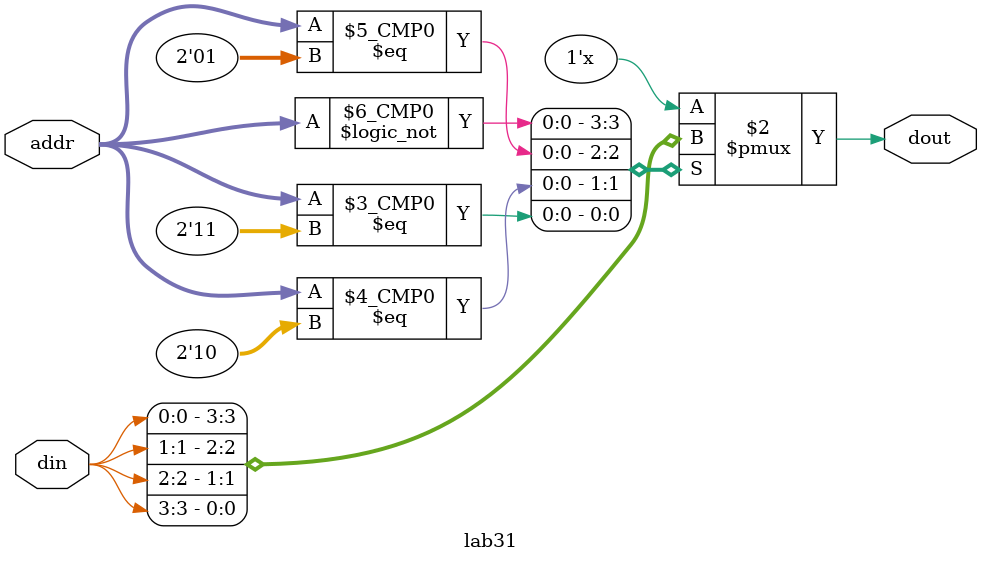
<source format=sv>
`timescale 1ns / 1ps

module lab31(
    input  logic [3 : 0] din,
    input  logic [1 : 0] addr,
    output logic dout
);

always_comb begin
    case (addr)
        2'b00: dout = din[0];
        2'b01: dout = din[1];
        2'b10: dout = din[2];
        2'b11: dout = din[3];
    endcase
end
    
endmodule

</source>
